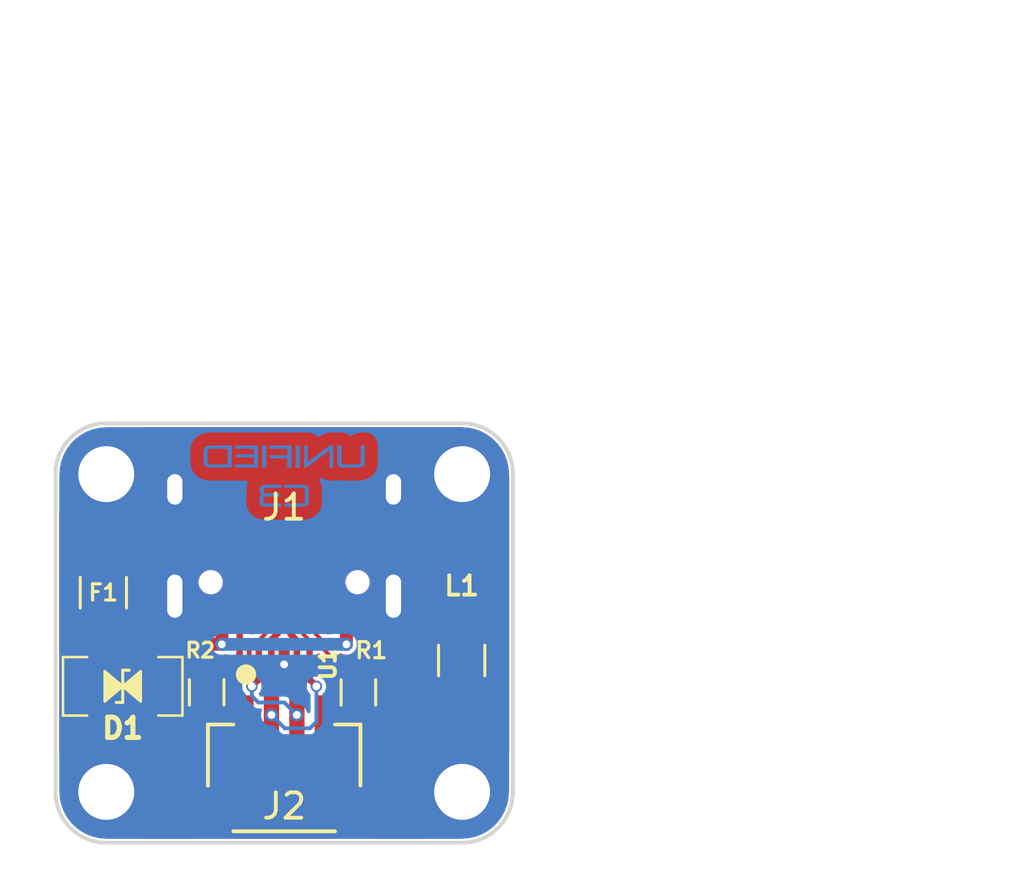
<source format=kicad_pcb>
(kicad_pcb (version 20211014) (generator pcbnew)
  (title_block (title "Unified Daughterboard") (date "2020-03-22") (rev "C3") (company "Designed by the keyboard community"))
  (layers (0 "F.Cu" signal) (31 "B.Cu" signal) (34 "B.Paste" user) (35 "F.Paste" user) (36 "B.SilkS" user "B.Silkscreen") (37 "F.SilkS" user "F.Silkscreen") (38 "B.Mask" user) (39 "F.Mask" user) (44 "Edge.Cuts" user))
  (net 0 "")
  (net 1 "GND")
  (net 2 "VCC")
  (net 3 "GNDPWR")
  (net 5 "Net-(J1-PadA5)")
  (net 6 "DA+")
  (net 7 "Net-(J1-PadB5)")
  (net 9 "DA-")
  (net 10 "VBUS")
  (net 12 "unconnected-(MH3-Pad1)")
  (footprint "acheron_Connectors:TYPE-C-31-M-12" (layer "F.Cu") (at 75.0025 64.843 180)
    (fp_text reference "J1" (at 0 5) (layer "F.SilkS"))
    (fp_text value "TYPE-C-31-M12_13")
    (pad "" np_thru_hole circle locked (at -2.89 2.051 180) (size 0.65 0.65) (drill 0.65) (layers *.Cu *.Mask))
    (pad "" np_thru_hole circle locked (at 2.89 2.051 180) (size 0.65 0.65) (drill 0.65) (layers *.Cu *.Mask))
    (pad "A1" smd roundrect locked (at -3.25 1.275 180) (size 0.6 1.45) (drill (offset 0 -0.55)) (layers "F.Cu" "F.Paste" "F.Mask") (net 3 "GNDPWR"))
    (pad "A4" smd roundrect locked (at -2.45 1.275 180) (size 0.6 1.45) (drill (offset 0 -0.55)) (layers "F.Cu" "F.Paste" "F.Mask") (net 10 "VBUS"))
    (pad "A5" smd roundrect locked (at -1.25 1.275 180) (size 0.3 1.45) (drill (offset 0 -0.55)) (layers "F.Cu" "F.Paste" "F.Mask") (net 5 "Net-(J1-PadA5)"))
    (pad "A6" smd roundrect locked (at -0.254 1.275 180) (size 0.3 1.45) (drill (offset 0 -0.55)) (layers "F.Cu" "F.Paste" "F.Mask") (net 6 "DA+"))
    (pad "A7" smd roundrect locked (at 0.25 1.275 180) (size 0.3 1.45) (drill (offset 0 -0.55)) (layers "F.Cu" "F.Paste" "F.Mask") (net 9 "DA-"))
    (pad "A8" smd roundrect locked (at 1.25 1.275 180) (size 0.3 1.45) (drill (offset 0 -0.55)) (layers "F.Cu" "F.Paste" "F.Mask"))
    (pad "B1" smd roundrect locked (at 3.25 1.275 180) (size 0.6 1.45) (drill (offset 0 -0.55)) (layers "F.Cu" "F.Paste" "F.Mask") (net 3 "GNDPWR"))
    (pad "B4" smd roundrect locked (at 2.45 1.275 180) (size 0.6 1.45) (drill (offset 0 -0.55)) (layers "F.Cu" "F.Paste" "F.Mask") (net 10 "VBUS"))
    (pad "B5" smd roundrect locked (at 1.75 1.275 180) (size 0.3 1.45) (drill (offset 0 -0.55)) (layers "F.Cu" "F.Paste" "F.Mask") (net 7 "Net-(J1-PadB5)"))
    (pad "B6" smd roundrect locked (at 0.75 1.275 180) (size 0.3 1.45) (drill (offset 0 -0.55)) (layers "F.Cu" "F.Paste" "F.Mask") (net 6 "DA+"))
    (pad "B7" smd roundrect locked (at -0.75 1.275 180) (size 0.3 1.45) (drill (offset 0 -0.55)) (layers "F.Cu" "F.Paste" "F.Mask") (net 9 "DA-"))
    (pad "B8" smd roundrect locked (at -1.75 1.275 180) (size 0.3 1.45) (drill (offset 0 -0.55)) (layers "F.Cu" "F.Paste" "F.Mask"))
    (pad "S" thru_hole oval locked (at -4.3 1.5 180) (size 1.1 2.2) (drill oval 0.6 1.7) (layers *.Cu *.Mask) (net 3 "GNDPWR"))
    (pad "S" thru_hole oval locked (at 4.3 1.5 180) (size 1.1 2.2) (drill oval 0.6 1.7) (layers *.Cu *.Mask) (net 3 "GNDPWR"))
    (pad "S" thru_hole oval locked (at 4.3 5.7 180) (size 1.3 1.9) (drill oval 0.6 1.2) (layers *.Cu *.Mask) (net 3 "GNDPWR"))
    (pad "S" thru_hole oval locked (at -4.3 5.7 180) (size 1.3 1.9) (drill oval 0.6 1.2) (layers *.Cu *.Mask) (net 3 "GNDPWR"))
  )
  (footprint "acheron_Components:D_SOD-123_Bidirectional" (layer "F.Cu") (at 68.6525 66.89 180)
    (fp_text reference "D1" (at 0 -1.651 180) (layer "F.SilkS") (effects (font (size 0.8 0.8) (thickness 0.2))))
    (fp_text value "SMF9.0CA")
    (fp_line (start 2.35 -1.15) (end 1.4 -1.15) (layer "F.SilkS") (width 0.1016))
    (fp_line (start 0 -0.635) (end 0.254 -0.635) (layer "F.SilkS") (width 0.12))
    (fp_line (start 2.35 -1.15) (end 2.35 1.15) (layer "F.SilkS") (width 0.1016))
    (fp_line (start -2.35 1.15) (end -2.35 -1.15) (layer "F.SilkS") (width 0.1016))
    (fp_line (start 2.35 1.15) (end 1.4 1.15) (layer "F.SilkS") (width 0.1016))
    (fp_line (start -2.35 -1.15) (end -1.4 -1.15) (layer "F.SilkS") (width 0.1016))
    (fp_line (start 0 0.635) (end 0 -0.635) (layer "F.SilkS") (width 0.12))
    (fp_line (start -2.35 1.15) (end -1.4 1.15) (layer "F.SilkS") (width 0.1016))
    (fp_line (start 0 0.635) (end -0.254 0.635) (layer "F.SilkS") (width 0.12))
    (fp_poly (pts (xy 0 0) (xy -0.711 0.6) (xy -0.711 -0.6)) (layer "F.SilkS") (width 0.1) (fill solid))
    (fp_poly (pts (xy 0 0) (xy 0.711 -0.6) (xy 0.711 0.6)) (layer "F.SilkS") (width 0.1) (fill solid))
    (pad "1" smd roundrect locked (at -1.65 0 180) (size 1 1.2) (layers "F.Cu" "F.Paste" "F.Mask") (net 3 "GNDPWR"))
    (pad "2" smd roundrect locked (at 1.65 0 180) (size 1 1.2) (layers "F.Cu" "F.Paste" "F.Mask") (net 2 "VCC"))
  )
  (footprint "random-keyboard-parts:Generic-Mounthole" (layer "F.Cu") (at 82.0045 58.543)
    (fp_text reference "MH2")
    (fp_text value "Mount-M2")
    (pad "1" thru_hole circle locked (at 0 0) (size 3.5 3.5) (drill 2.2) (layers *.Cu *.Mask) (net 3 "GNDPWR"))
  )
  (footprint "random-keyboard-parts:Generic-Mounthole" (layer "F.Cu") (at 68.0045 58.543)
    (fp_text reference "MH1")
    (fp_text value "Mount-M2")
    (pad "1" thru_hole circle locked (at 0 0) (size 3.5 3.5) (drill 2.2) (layers *.Cu *.Mask))
  )
  (footprint "random-keyboard-parts:JST-SR-4" (layer "F.Cu") (at 75.0045 72.793)
    (fp_text reference "J2" (at 0.004 -1.189) (layer "F.SilkS"))
    (fp_text value "SM04B-SRSS-TB(LF)(SN)")
    (fp_line (start -3 -4.4) (end -2 -4.4) (layer "F.SilkS") (width 0.15))
    (fp_line (start 2 -0.2) (end -2 -0.2) (layer "F.SilkS") (width 0.15))
    (fp_line (start 3 -4.4) (end 3 -2) (layer "F.SilkS") (width 0.15))
    (fp_line (start -3 -2) (end -3 -4.4) (layer "F.SilkS") (width 0.15))
    (fp_line (start 2 -4.4) (end 3 -4.4) (layer "F.SilkS") (width 0.15))
    (pad "" smd rect locked (at -2.8 -0.9) (size 1.2 1.8) (layers "F.Cu" "F.Paste" "F.Mask"))
    (pad "" smd rect locked (at 2.8 -0.9) (size 1.2 1.8) (layers "F.Cu" "F.Paste" "F.Mask"))
    (pad "1" smd rect locked (at -1.5 -4.775) (size 0.6 1.55) (layers "F.Cu" "F.Paste" "F.Mask") (net 2 "VCC"))
    (pad "2" smd rect locked (at -0.5 -4.775) (size 0.6 1.55) (layers "F.Cu" "F.Paste" "F.Mask") (net 9 "DA-"))
    (pad "3" smd rect locked (at 0.5 -4.775) (size 0.6 1.55) (layers "F.Cu" "F.Paste" "F.Mask") (net 6 "DA+"))
    (pad "4" smd rect locked (at 1.5 -4.775) (size 0.6 1.55) (layers "F.Cu" "F.Paste" "F.Mask") (net 1 "GND"))
  )
  (footprint "Fuse:Fuse_1206_3216Metric" (layer "F.Cu") (at 67.8905 63.207 -90)
    (fp_text reference "F1" (at 0 0) (layer "F.SilkS") (effects (font (size 0.635 0.635) (thickness 0.127))))
    (fp_text value "ASMD1206-150")
    (fp_line (start -0.602064 -0.91) (end 0.602064 -0.91) (layer "F.SilkS") (width 0.12))
    (fp_line (start -0.602064 0.91) (end 0.602064 0.91) (layer "F.SilkS") (width 0.12))
    (pad "1" smd roundrect locked (at -1.4 0 270) (size 1.25 1.75) (layers "F.Cu" "F.Paste" "F.Mask") (roundrect_rratio 0.2) (net 10 "VBUS"))
    (pad "2" smd roundrect locked (at 1.4 0 270) (size 1.25 1.75) (layers "F.Cu" "F.Paste" "F.Mask") (roundrect_rratio 0.2) (net 2 "VCC"))
  )
  (footprint "Resistors_SMD:R_0603" (layer "F.Cu") (at 71.9545 67.129 -90)
    (fp_text reference "R2" (at -1.651 0.254 180) (layer "F.SilkS") (effects (font (size 0.5842 0.5842) (thickness 0.127))))
    (fp_text value "5.1k")
    (fp_line (start 0.5 0.68) (end -0.5 0.68) (layer "F.SilkS") (width 0.12))
    (fp_line (start -0.5 -0.68) (end 0.5 -0.68) (layer "F.SilkS") (width 0.12))
    (pad "1" smd rect locked (at -0.75 0 270) (size 0.5 0.9) (layers "F.Cu" "F.Paste" "F.Mask") (net 7 "Net-(J1-PadB5)"))
    (pad "2" smd rect locked (at 0.75 0 270) (size 0.5 0.9) (layers "F.Cu" "F.Paste" "F.Mask") (net 3 "GNDPWR"))
  )
  (footprint "random-keyboard-parts:Generic-Mounthole" (layer "F.Cu") (at 68.0045 71.043)
    (fp_text reference "MH3")
    (fp_text value "Mount-M2")
    (pad "1" thru_hole circle locked (at 0 0) (size 3.5 3.5) (drill 2.2) (layers *.Cu *.Mask) (net 12 "unconnected-(MH3-Pad1)"))
  )
  (footprint "acheron_Components:USON-10_2.5x1.0mm_P0.5mm" (layer "F.Cu") (at 75.0025 66.0264 90)
    (fp_text reference "U1" (at 0 1.7272 90) (layer "F.SilkS") (effects (font (size 0.6 0.6))))
    (fp_text value "TPD4E05U06DQAR")
    (fp_circle (center -0.4 -1.5) (end -0.4 -1.5) (layer "F.SilkS") (width 0.4) (fill none))
    (pad "1" smd roundrect locked (at -0.385 -1) (size 0.25 0.55) (layers "F.Cu" "F.Paste" "F.Mask") (roundrect_rratio 0.5) (net 6 "DA+"))
    (pad "2" smd rect locked (at -0.385 -0.5) (size 0.25 0.55) (layers "F.Cu" "F.Paste" "F.Mask") (net 9 "DA-"))
    (pad "3" smd rect locked (at -0.385 0) (size 0.3 0.55) (layers "F.Cu" "F.Paste" "F.Mask") (net 3 "GNDPWR"))
    (pad "4" smd rect locked (at -0.385 0.5) (size 0.25 0.55) (layers "F.Cu" "F.Paste" "F.Mask") (net 6 "DA+"))
    (pad "5" smd rect locked (at -0.385 1) (size 0.25 0.55) (layers "F.Cu" "F.Paste" "F.Mask") (net 9 "DA-"))
    (pad "6" smd rect locked (at 0.385 1) (size 0.25 0.55) (layers "F.Cu" "F.Paste" "F.Mask") (net 9 "DA-"))
    (pad "7" smd rect locked (at 0.385 0.5) (size 0.25 0.55) (layers "F.Cu" "F.Paste" "F.Mask") (net 6 "DA+"))
    (pad "8" smd rect locked (at 0.385 0) (size 0.3 0.55) (layers "F.Cu" "F.Paste" "F.Mask") (net 3 "GNDPWR"))
    (pad "9" smd rect locked (at 0.385 -0.5) (size 0.25 0.55) (layers "F.Cu" "F.Paste" "F.Mask") (net 9 "DA-"))
    (pad "10" smd rect locked (at 0.385 -1) (size 0.25 0.55) (layers "F.Cu" "F.Paste" "F.Mask") (net 6 "DA+"))
  )
  (footprint "Inductor_SMD:L_1206_3216Metric" (layer "F.Cu") (at 81.9875 65.874 90)
    (fp_text reference "L1" (at 2.936 0 180) (layer "F.SilkS") (effects (font (size 0.762 0.762) (thickness 0.1524))))
    (fp_text value "60R@100MHz")
    (fp_line (start -0.602064 0.91) (end 0.602064 0.91) (layer "F.SilkS") (width 0.12))
    (fp_line (start -0.602064 -0.91) (end 0.602064 -0.91) (layer "F.SilkS") (width 0.12))
    (pad "1" smd roundrect locked (at -1.4 0 90) (size 1.25 1.75) (layers "F.Cu" "F.Paste" "F.Mask") (roundrect_rratio 0.2) (net 1 "GND"))
    (pad "2" smd roundrect locked (at 1.4 0 90) (size 1.25 1.75) (layers "F.Cu" "F.Paste" "F.Mask") (roundrect_rratio 0.2) (net 3 "GNDPWR"))
  )
  (footprint "random-keyboard-parts:Generic-Mounthole" (layer "F.Cu") (at 82.0045 71.043)
    (fp_text reference "MH4")
    (fp_text value "Mount-M2")
    (pad "1" thru_hole circle locked (at 0 0) (size 3.5 3.5) (drill 2.2) (layers *.Cu *.Mask))
  )
  (footprint "Resistors_SMD:R_0603" (layer "F.Cu") (at 77.9235 67.129 -90)
    (fp_text reference "R1" (at -1.651 -0.508) (layer "F.SilkS") (effects (font (size 0.635 0.635) (thickness 0.127))))
    (fp_text value "5.1k")
    (fp_line (start 0.5 0.68) (end -0.5 0.68) (layer "F.SilkS") (width 0.12))
    (fp_line (start -0.5 -0.68) (end 0.5 -0.68) (layer "F.SilkS") (width 0.12))
    (pad "1" smd rect locked (at -0.75 0 270) (size 0.5 0.9) (layers "F.Cu" "F.Paste" "F.Mask") (net 5 "Net-(J1-PadA5)"))
    (pad "2" smd rect locked (at 0.75 0 270) (size 0.5 0.9) (layers "F.Cu" "F.Paste" "F.Mask") (net 3 "GNDPWR"))
  )
  (footprint "Unified-Daughterboard-Logo:Unified-Daughterboard-Name.pretty" (layer "B.Cu") (at 75.0025 58.62 180)
    (fp_text reference "G2" hide)
    (fp_text value "Unified-Daughterboard-Name" hide)
    (pad "1" smd custom locked (at 0.52 -0.73 180) (size 0.1 0.1) (layers "B.Cu" "B.Mask") (options (clearance outline) (anchor circle)) (primitives (gr_poly (pts (xy 0.036814 0.394003) (xy 0.066889 0.393969) (xy 0.094232 0.393912) (xy 0.118817 0.393835) (xy 0.140617 0.393736) (xy 0.159607 0.393616) (xy 0.175759 0.393475) (xy 0.189048 0.393313) (xy 0.199447 0.39313) (xy 0.206929 0.392927) (xy 0.20996 0.392797) (xy 0.24124 0.39039) (xy 0.269999 0.386589) (xy 0.296342 0.38136) (xy 0.320374 0.374669) (xy 0.342202 0.366479) (xy 0.361931 0.356757) (xy 0.379667 0.345468) (xy 0.395515 0.332578) (xy 0.396639 0.331537) (xy 0.410142 0.316976) (xy 0.421412 0.300576) (xy 0.430475 0.282284) (xy 0.43736 0.262045) (xy 0.442093 0.239803) (xy 0.442231 0.238921) (xy 0.442943 0.232475) (xy 0.443524 0.2236) (xy 0.443972 0.212784) (xy 0.44429 0.200519) (xy 0.444476 0.187292) (xy 0.444531 0.173593) (xy 0.444456 0.159912) (xy 0.444252 0.146738) (xy 0.443917 0.134561) (xy 0.443453 0.123868) (xy 0.442861 0.115151) (xy 0.442139 0.108898) (xy 0.442136 0.108879) (xy 0.437575 0.088735) (xy 0.430735 0.070047) (xy 0.421759 0.052993) (xy 0.410787 0.03775) (xy 0.39796 0.024494) (xy 0.383421 0.013403) (xy 0.36731 0.004652) (xy 0.355107 -0.000007) (xy 0.35037 -0.001668) (xy 0.34719 -0.003066) (xy 0.346162 -0.003934) (xy 0.346233 -0.004003) (xy 0.348261 -0.004834) (xy 0.35215 -0.006203) (xy 0.355658 -0.007361) (xy 0.374014 -0.014706) (xy 0.391868 -0.024655) (xy 0.408658 -0.036859) (xy 0.421513 -0.048579) (xy 0.430795 -0.058772) (xy 0.437945 -0.06865) (xy 0.443513 -0.079144) (xy 0.448048 -0.091184) (xy 0.449481 -0.095893) (xy 0.450886 -0.101058) (xy 0.452092 -0.106308) (xy 0.453111 -0.111896) (xy 0.453956 -0.118075) (xy 0.454638 -0.125097) (xy 0.45517 -0.133217) (xy 0.455565 -0.142686) (xy 0.455834 -0.153757) (xy 0.45599 -0.166684) (xy 0.456045 -0.181718) (xy 0.456011 -0.199114) (xy 0.455901 -0.219124) (xy 0.455845 -0.227015) (xy 0.455699 -0.246046) (xy 0.45555 -0.262402) (xy 0.45537 -0.276368) (xy 0.455134 -0.288225) (xy 0.454815 -0.298257) (xy 0.454388 -0.306749) (xy 0.453827 -0.313983) (xy 0.453106 -0.320243) (xy 0.452198 -0.325813) (xy 0.451078 -0.330975) (xy 0.44972 -0.336013) (xy 0.448098 -0.341211) (xy 0.446185 -0.346852) (xy 0.444385 -0.352) (xy 0.436271 -0.370825) (xy 0.425675 -0.388126) (xy 0.412579 -0.40392) (xy 0.396964 -0.418223) (xy 0.37881 -0.431054) (xy 0.358101 -0.442428) (xy 0.334816 -0.452364) (xy 0.33421 -0.452591) (xy 0.313456 -0.459297) (xy 0.29046 -0.464759) (xy 0.265071 -0.469006) (xy 0.237137 -0.472068) (xy 0.231483 -0.472522) (xy 0.227444 -0.472711) (xy 0.220507 -0.472889) (xy 0.210732 -0.473055) (xy 0.198179 -0.473209) (xy 0.182908 -0.47335) (xy 0.164979 -0.473479) (xy 0.144453 -0.473596) (xy 0.12139 -0.473699) (xy 0.095849 -0.473788) (xy 0.067891 -0.473865) (xy 0.037575 -0.473927) (xy 0.004963 -0.473974) (xy -0.029886 -0.474008) (xy -0.066911 -0.474026) (xy -0.095055 -0.47403) (xy -0.401699 -0.47403) (xy -0.401314 -0.410057) (xy -0.400928 -0.346083) (xy -0.094004 -0.345344) (xy 0.21292 -0.344604) (xy 0.22752 -0.340576) (xy 0.243116 -0.335501) (xy 0.256059 -0.329555) (xy 0.266565 -0.322593) (xy 0.27485 -0.314468) (xy 0.28113 -0.305037) (xy 0.281618 -0.304092) (xy 0.283733 -0.299797) (xy 0.285505 -0.295814) (xy 0.286966 -0.291836) (xy 0.288151 -0.287554) (xy 0.289093 -0.28266) (xy 0.289826 -0.276847) (xy 0.290384 -0.269806) (xy 0.290801 -0.26123) (xy 0.29111 -0.250811) (xy 0.291345 -0.238241) (xy 0.29154 -0.223211) (xy 0.291656 -0.212506) (xy 0.291807 -0.193423) (xy 0.291838 -0.176815) (xy 0.291751 -0.162775) (xy 0.291546 -0.151397) (xy 0.291226 -0.142773) (xy 0.290791 -0.136997) (xy 0.290709 -0.13633) (xy 0.287993 -0.123624) (xy 0.283362 -0.112695) (xy 0.276633 -0.103349) (xy 0.267622 -0.095389) (xy 0.256147 -0.088622) (xy 0.242024 -0.082851) (xy 0.239897 -0.082135) (xy 0.237084 -0.081192) (xy 0.234531 -0.080326) (xy 0.232109 -0.079533) (xy 0.229687 -0.07881) (xy 0.227137 -0.078154) (xy 0.224328 -0.077561) (xy 0.22113 -0.077027) (xy 0.217414 -0.076549) (xy 0.21305 -0.076125) (xy 0.207909 -0.075749) (xy 0.201859 -0.075419) (xy 0.194773 -0.075131) (xy 0.186519 -0.074882) (xy 0.176968 -0.074668) (xy 0.165991 -0.074485) (xy 0.153457 -0.074332) (xy 0.139238 -0.074203) (xy 0.123202 -0.074095) (xy 0.10522 -0.074005) (xy 0.085163 -0.07393) (xy 0.062901 -0.073865) (xy 0.038304 -0.073808) (xy 0.011242 -0.073755) (xy -0.018414 -0.073702) (xy -0.050795 -0.073647) (xy -0.078859 -0.073598) (xy -0.36472 -0.073087) (xy -0.36395 0.054767) (xy 0.218836 0.056317) (xy 0.231049 0.059589) (xy 0.243885 0.063686) (xy 0.254177 0.06852) (xy 0.2623 0.074348) (xy 0.268629 0.08143) (xy 0.272661 0.088185) (xy 0.274618 0.092282) (xy 0.276214 0.096204) (xy 0.277483 0.100294) (xy 0.278455 0.104896) (xy 0.279164 0.110352) (xy 0.279642 0.117006) (xy 0.279921 0.125202) (xy 0.280035 0.135283) (xy 0.280015 0.147592) (xy 0.279893 0.162473) (xy 0.279873 0.164511) (xy 0.279698 0.179573) (xy 0.279478 0.192007) (xy 0.279165 0.20214) (xy 0.278713 0.210304) (xy 0.278074 0.216826) (xy 0.277201 0.222038) (xy 0.276047 0.226267) (xy 0.274566 0.229844) (xy 0.27271 0.233097) (xy 0.270432 0.236357) (xy 0.269417 0.237704) (xy 0.262986 0.244896) (xy 0.255535 0.250693) (xy 0.246579 0.255351) (xy 0.235632 0.259124) (xy 0.22305 0.262101) (xy 0.221398 0.262406) (xy 0.219527 0.262687) (xy 0.217312 0.262945) (xy 0.21463 0.263182) (xy 0.211358 0.263398) (xy 0.207372 0.263595) (xy 0.202549 0.263774) (xy 0.196765 0.263937) (xy 0.189898 0.264083) (xy 0.181822 0.264216) (xy 0.172416 0.264335) (xy 0.161556 0.264442) (xy 0.149117 0.264538) (xy 0.134977 0.264625) (xy 0.119012 0.264703) (xy 0.101099 0.264773) (xy 0.081114 0.264838) (xy 0.058934 0.264898) (xy 0.034436 0.264954) (xy 0.007495 0.265008) (xy -0.022011 0.26506) (xy -0.054206 0.265112) (xy -0.089214 0.265166) (xy -0.095869 0.265175) (xy -0.401699 0.265627) (xy -0.401314 0.32956) (xy -0.400928 0.393493) (xy -0.110275 0.393927) (xy -0.069537 0.393978) (xy -0.031425 0.394008) (xy 0.004034 0.394017)) (width 0) (fill yes))))
    (pad "1" smd custom locked (at -0.21 1.11 180) (size 0.1 0.1) (layers "B.Cu" "B.Mask") (options (clearance outline) (anchor circle)) (primitives (gr_poly (pts (xy 0.813494 -0.034657) (xy 0.085751 -0.034657) (xy 0.085751 -0.287592) (xy 0.764682 -0.287592) (xy 0.764682 -0.416278) (xy 0.085763 -0.416278) (xy 0.085387 -0.594886) (xy 0.085012 -0.773493) (xy 0.003288 -0.773876) (xy -0.078435 -0.774258) (xy -0.078435 0.094029) (xy 0.813494 0.094029)) (width 0) (fill yes))))
    (pad "1" smd custom locked (at -0.54 1.02 180) (size 0.1 0.1) (layers "B.Cu" "B.Mask") (options (clearance outline) (anchor circle)) (primitives (gr_poly (pts (xy 0.084421 -0.684233) (xy 0.003314 -0.684233) (xy -0.011904 -0.684215) (xy -0.026228 -0.684165) (xy -0.039385 -0.684085) (xy -0.051103 -0.683979) (xy -0.061112 -0.68385) (xy -0.069138 -0.683701) (xy -0.07491 -0.683536) (xy -0.078157 -0.683357) (xy -0.078779 -0.683247) (xy -0.07886 -0.681705) (xy -0.078939 -0.677321) (xy -0.079016 -0.670211) (xy -0.079091 -0.660491) (xy -0.079164 -0.648277) (xy -0.079233 -0.633685) (xy -0.0793 -0.616831) (xy -0.079363 -0.597831) (xy -0.079423 -0.576802) (xy -0.079478 -0.553859) (xy -0.07953 -0.529118) (xy -0.079577 -0.502696) (xy -0.07962 -0.474709) (xy -0.079657 -0.445272) (xy -0.07969 -0.414502) (xy -0.079717 -0.382515) (xy -0.079738 -0.349426) (xy -0.079753 -0.315353) (xy -0.079762 -0.280411) (xy -0.079765 -0.249116) (xy -0.079765 0.184029) (xy 0.084421 0.184029)) (width 0) (fill yes))))
    (pad "1" smd custom locked (at -0.9 -0.79 180) (size 0.1 0.1) (layers "B.Cu" "B.Mask") (options (clearance outline) (anchor circle)) (primitives (gr_poly (pts (xy 0.894083 0.325546) (xy 0.541462 0.325546) (xy 0.502296 0.325545) (xy 0.465973 0.32554) (xy 0.432379 0.325531) (xy 0.401399 0.325515) (xy 0.372919 0.325491) (xy 0.346825 0.325457) (xy 0.323001 0.325412) (xy 0.301333 0.325354) (xy 0.281706 0.325282) (xy 0.264006 0.325194) (xy 0.248118 0.325088) (xy 0.233927 0.324964) (xy 0.22132 0.324818) (xy 0.21018 0.324651) (xy 0.200394 0.324459) (xy 0.191847 0.324243) (xy 0.184424 0.323999) (xy 0.178011 0.323727) (xy 0.172493 0.323425) (xy 0.167755 0.323092) (xy 0.163683 0.322725) (xy 0.160163 0.322323) (xy 0.157079 0.321885) (xy 0.154316 0.321409) (xy 0.151761 0.320894) (xy 0.149299 0.320338) (xy 0.148591 0.320169) (xy 0.134767 0.315738) (xy 0.122093 0.309466) (xy 0.111022 0.301664) (xy 0.102003 0.292642) (xy 0.096276 0.284226) (xy 0.09522 0.282323) (xy 0.094258 0.280578) (xy 0.093385 0.278853) (xy 0.092597 0.277009) (xy 0.091889 0.274907) (xy 0.091257 0.272409) (xy 0.090698 0.269377) (xy 0.090206 0.265671) (xy 0.089777 0.261153) (xy 0.089407 0.255685) (xy 0.089091 0.249127) (xy 0.088825 0.241342) (xy 0.088606 0.232189) (xy 0.088427 0.221532) (xy 0.088286 0.209231) (xy 0.088177 0.195148) (xy 0.088097 0.179143) (xy 0.088041 0.161079) (xy 0.088004 0.140816) (xy 0.087983 0.118217) (xy 0.087973 0.093142) (xy 0.08797 0.065453) (xy 0.087968 0.035011) (xy 0.087967 0.019302) (xy 0.087962 -0.012397) (xy 0.087956 -0.041279) (xy 0.087954 -0.067481) (xy 0.08796 -0.091143) (xy 0.087981 -0.112407) (xy 0.088019 -0.131409) (xy 0.088081 -0.148292) (xy 0.08817 -0.163194) (xy 0.088293 -0.176254) (xy 0.088453 -0.187613) (xy 0.088655 -0.19741) (xy 0.088905 -0.205785) (xy 0.089207 -0.212877) (xy 0.089566 -0.218826) (xy 0.089987 -0.223772) (xy 0.090474 -0.227854) (xy 0.091032 -0.231212) (xy 0.091667 -0.233986) (xy 0.092383 -0.236315) (xy 0.093185 -0.238338) (xy 0.094077 -0.240196) (xy 0.095065 -0.242029) (xy 0.096154 -0.243975) (xy 0.097122 -0.245749) (xy 0.104221 -0.256019) (xy 0.113823 -0.264855) (xy 0.125966 -0.272283) (xy 0.140689 -0.27833) (xy 0.148215 -0.28062) (xy 0.162643 -0.284604) (xy 0.894083 -0.285396) (xy 0.894083 -0.41403) (xy 0.526884 -0.413772) (xy 0.494046 -0.413747) (xy 0.461942 -0.413718) (xy 0.430703 -0.413687) (xy 0.400456 -0.413653) (xy 0.37133 -0.413616) (xy 0.343454 -0.413577) (xy 0.316956 -0.413536) (xy 0.291966 -0.413493) (xy 0.268613 -0.413449) (xy 0.247024 -0.413404) (xy 0.227328 -0.413358) (xy 0.209656 -0.413311) (xy 0.194134 -0.413263) (xy 0.180892 -0.413216) (xy 0.170059 -0.413168) (xy 0.161763 -0.413121) (xy 0.156133 -0.413074) (xy 0.153298 -0.413029) (xy 0.153028 -0.413017) (xy 0.121848 -0.409723) (xy 0.09296 -0.404651) (xy 0.066269 -0.397774) (xy 0.041682 -0.389062) (xy 0.019103 -0.378489) (xy -0.000191 -0.366948) (xy -0.009353 -0.360104) (xy -0.019054 -0.351632) (xy -0.028538 -0.342284) (xy -0.037047 -0.332809) (xy -0.043823 -0.323961) (xy -0.044427 -0.323062) (xy -0.055649 -0.303459) (xy -0.064639 -0.281934) (xy -0.071402 -0.25847) (xy -0.072805 -0.252009) (xy -0.073144 -0.250229) (xy -0.073454 -0.248282) (xy -0.073735 -0.246032) (xy -0.073989 -0.243343) (xy -0.074218 -0.240081) (xy -0.074422 -0.236108) (xy -0.074604 -0.231291) (xy -0.074764 -0.225492) (xy -0.074904 -0.218577) (xy -0.075025 -0.21041) (xy -0.075129 -0.200854) (xy -0.075216 -0.189776) (xy -0.075289 -0.177038) (xy -0.075348 -0.162506) (xy -0.075396 -0.146044) (xy -0.075432 -0.127516) (xy -0.075459 -0.106786) (xy -0.075478 -0.083719) (xy -0.075491 -0.058179) (xy -0.075498 -0.030031) (xy -0.075501 0.000861) (xy -0.075501 0.278953) (xy -0.072189 0.293898) (xy -0.066762 0.314711) (xy -0.060136 0.333172) (xy -0.052076 0.349726) (xy -0.042344 0.36482) (xy -0.030704 0.378898) (xy -0.022926 0.386832) (xy -0.0073 0.400278) (xy 0.010114 0.412157) (xy 0.029459 0.422527) (xy 0.050879 0.431444) (xy 0.074518 0.438966) (xy 0.100521 0.44515) (xy 0.129032 0.450053) (xy 0.139716 0.451488) (xy 0.142136 0.45169) (xy 0.146134 0.45188) (xy 0.151784 0.452059) (xy 0.159167 0.452228) (xy 0.168358 0.452386) (xy 0.179434 0.452535) (xy 0.192475 0.452675) (xy 0.207556 0.452805) (xy 0.224755 0.452928) (xy 0.24415 0.453042) (xy 0.265818 0.453149) (xy 0.289836 0.45325) (xy 0.316282 0.453344) (xy 0.345233 0.453431) (xy 0.376767 0.453514) (xy 0.410961 0.453591) (xy 0.447892 0.453663) (xy 0.487637 0.453732) (xy 0.523926 0.453788) (xy 0.894083 0.454326)) (width 0) (fill yes))))
    (pad "1" smd custom locked (at 2.15 1.08 180) (size 0.1 0.1) (layers "B.Cu" "B.Mask") (options (clearance outline) (anchor circle)) (primitives (gr_poly (pts (xy 0.324991 0.124007) (xy 0.368605 0.123999) (xy 0.410278 0.12398) (xy 0.449948 0.123952) (xy 0.487554 0.123913) (xy 0.523033 0.123864) (xy 0.556324 0.123805) (xy 0.587364 0.123737) (xy 0.616092 0.12366) (xy 0.642445 0.123573) (xy 0.666363 0.123478) (xy 0.687783 0.123374) (xy 0.706643 0.123262) (xy 0.722881 0.123141) (xy 0.736436 0.123012) (xy 0.747246 0.122876) (xy 0.755247 0.122731) (xy 0.76038 0.12258) (xy 0.761711 0.122511) (xy 0.794505 0.119594) (xy 0.824732 0.115348) (xy 0.852488 0.109741) (xy 0.877866 0.102741) (xy 0.900958 0.094314) (xy 0.92186 0.084428) (xy 0.940664 0.073051) (xy 0.957464 0.06015) (xy 0.967359 0.050927) (xy 0.978668 0.03844) (xy 0.98853 0.025063) (xy 0.99709 0.010475) (xy 1.004491 -0.005648) (xy 1.010876 -0.023626) (xy 1.016388 -0.043784) (xy 1.02117 -0.066444) (xy 1.022297 -0.072698) (xy 1.022638 -0.074879) (xy 1.022949 -0.077425) (xy 1.02323 -0.080485) (xy 1.023484 -0.084209) (xy 1.023713 -0.088745) (xy 1.023919 -0.094244) (xy 1.024104 -0.100855) (xy 1.02427 -0.108727) (xy 1.024418 -0.11801) (xy 1.024552 -0.128854) (xy 1.024672 -0.141407) (xy 1.024782 -0.15582) (xy 1.024882 -0.172242) (xy 1.024976 -0.190822) (xy 1.025064 -0.21171) (xy 1.025149 -0.235055) (xy 1.025233 -0.261007) (xy 1.025318 -0.289715) (xy 1.025349 -0.300487) (xy 1.025433 -0.333739) (xy 1.025492 -0.364116) (xy 1.025524 -0.391701) (xy 1.025529 -0.416576) (xy 1.025508 -0.438826) (xy 1.025458 -0.458533) (xy 1.025381 -0.47578) (xy 1.025275 -0.49065) (xy 1.025141 -0.503226) (xy 1.024977 -0.513591) (xy 1.024784 -0.521829) (xy 1.024561 -0.528022) (xy 1.024308 -0.532253) (xy 1.024268 -0.532714) (xy 1.020814 -0.560023) (xy 1.015577 -0.585016) (xy 1.008478 -0.6078) (xy 0.999436 -0.628476) (xy 0.988374 -0.64715) (xy 0.97521 -0.663926) (xy 0.959866 -0.678908) (xy 0.942262 -0.692199) (xy 0.922318 -0.703905) (xy 0.899954 -0.714129) (xy 0.880066 -0.721378) (xy 0.860175 -0.727264) (xy 0.839122 -0.732172) (xy 0.816538 -0.736161) (xy 0.792054 -0.739291) (xy 0.7653 -0.74162) (xy 0.746919 -0.742712) (xy 0.742311 -0.742866) (xy 0.734822 -0.743013) (xy 0.72453 -0.743153) (xy 0.711511 -0.743285) (xy 0.695844 -0.74341) (xy 0.677605 -0.743527) (xy 0.656872 -0.743635) (xy 0.633723 -0.743735) (xy 0.608234 -0.743827) (xy 0.580483 -0.743909) (xy 0.550548 -0.743982) (xy 0.518505 -0.744046) (xy 0.484433 -0.744099) (xy 0.448409 -0.744143) (xy 0.410509 -0.744176) (xy 0.370812 -0.744199) (xy 0.329394 -0.744211) (xy 0.313898 -0.744212) (xy -0.089541 -0.744233) (xy -0.089541 -0.615547) (xy 0.074645 -0.615547) (xy 0.39673 -0.615534) (xy 0.435225 -0.615525) (xy 0.471786 -0.615502) (xy 0.506343 -0.615466) (xy 0.538823 -0.615417) (xy 0.569156 -0.615355) (xy 0.597269 -0.61528) (xy 0.623091 -0.615192) (xy 0.646549 -0.615093) (xy 0.667574 -0.614982) (xy 0.686092 -0.61486) (xy 0.702033 -0.614726) (xy 0.715324 -0.614582) (xy 0.725895 -0.614428) (xy 0.733673 -0.614263) (xy 0.738586 -0.614088) (xy 0.739524 -0.614032) (xy 0.760224 -0.612057) (xy 0.778308 -0.609255) (xy 0.794019 -0.605547) (xy 0.807602 -0.600851) (xy 0.819304 -0.595087) (xy 0.829369 -0.588175) (xy 0.835723 -0.582459) (xy 0.843457 -0.573443) (xy 0.849523 -0.56337) (xy 0.854239 -0.551617) (xy 0.857544 -0.539296) (xy 0.860814 -0.524579) (xy 0.860814 -0.098583) (xy 0.857536 -0.083791) (xy 0.852863 -0.067553) (xy 0.84653 -0.053656) (xy 0.838456 -0.041941) (xy 0.833165 -0.036295) (xy 0.825753 -0.029682) (xy 0.81868 -0.024594) (xy 0.810985 -0.020469) (xy 0.801711 -0.016743) (xy 0.79721 -0.015194) (xy 0.794132 -0.014149) (xy 0.791341 -0.013182) (xy 0.78872 -0.012289) (xy 0.786151 -0.011468) (xy 0.783516 -0.010715) (xy 0.780697 -0.010027) (xy 0.777575 -0.009401) (xy 0.774032 -0.008835) (xy 0.769951 -0.008324) (xy 0.765214 -0.007865) (xy 0.759702 -0.007457) (xy 0.753297 -0.007094) (xy 0.745882 -0.006775) (xy 0.737338 -0.006496) (xy 0.727547 -0.006255) (xy 0.716391 -0.006047) (xy 0.703752 -0.00587) (xy 0.689512 -0.00572) (xy 0.673554 -0.005595) (xy 0.655758 -0.005492) (xy 0.636007 -0.005407) (xy 0.614183 -0.005337) (xy 0.590167 -0.005279) (xy 0.563843 -0.00523) (xy 0.535091 -0.005186) (xy 0.503793 -0.005146) (xy 0.469832 -0.005104) (xy 0.43309 -0.00506) (xy 0.41374 -0.005035) (xy 0.074645 -0.004595) (xy 0.074645 -0.615547) (xy -0.089541 -0.615547) (xy -0.089541 0.124029)) (width 0) (fill yes))))
    (pad "1" smd custom locked (at -1.86 1.08 180) (size 0.1 0.1) (layers "B.Cu" "B.Mask") (options (clearance outline) (anchor circle)) (primitives (gr_poly (pts (xy 1.07457 -0.744233) (xy 0.994882 -0.744233) (xy 0.725953 -0.548012) (xy 0.697516 -0.527263) (xy 0.667905 -0.505658) (xy 0.637358 -0.483369) (xy 0.606113 -0.460572) (xy 0.574407 -0.437438) (xy 0.54248 -0.414142) (xy 0.510567 -0.390857) (xy 0.478909 -0.367758) (xy 0.447742 -0.345017) (xy 0.417304 -0.322808) (xy 0.387834 -0.301305) (xy 0.359569 -0.280681) (xy 0.332747 -0.26111) (xy 0.307606 -0.242766) (xy 0.284385 -0.225822) (xy 0.26375 -0.210765) (xy 0.242443 -0.195223) (xy 0.221784 -0.18016) (xy 0.201899 -0.165668) (xy 0.182913 -0.15184) (xy 0.164954 -0.138767) (xy 0.148149 -0.126541) (xy 0.132622 -0.115254) (xy 0.118502 -0.104998) (xy 0.105914 -0.095864) (xy 0.094985 -0.087945) (xy 0.085842 -0.081333) (xy 0.07861 -0.076119) (xy 0.073417 -0.072395) (xy 0.070388 -0.070253) (xy 0.069611 -0.069739) (xy 0.069531 -0.071197) (xy 0.069452 -0.075481) (xy 0.069376 -0.082462) (xy 0.069303 -0.092007) (xy 0.069233 -0.103986) (xy 0.069166 -0.118268) (xy 0.069102 -0.134721) (xy 0.069043 -0.153214) (xy 0.068988 -0.173616) (xy 0.068938 -0.195796) (xy 0.068893 -0.219624) (xy 0.068854 -0.244966) (xy 0.06882 -0.271694) (xy 0.068792 -0.299675) (xy 0.06877 -0.328777) (xy 0.068756 -0.358871) (xy 0.068748 -0.389825) (xy 0.068747 -0.406986) (xy 0.068747 -0.744233) (xy -0.074731 -0.744233) (xy -0.074731 0.124029) (xy 0.068007 0.123947) (xy 0.49918 -0.197759) (xy 0.930353 -0.519464) (xy 0.930726 -0.197717) (xy 0.931099 0.124029) (xy 1.07457 0.124029)) (width 0) (fill yes))))
    (pad "1" smd custom locked (at -3.1 0.8 180) (size 0.1 0.1) (layers "B.Cu" "B.Mask") (options (clearance outline) (anchor circle)) (primitives (gr_poly (pts (xy 0.089951 0.069371) (xy 0.089952 0.031594) (xy 0.089952 -0.003341) (xy 0.089953 -0.035549) (xy 0.089959 -0.065147) (xy 0.089972 -0.092251) (xy 0.089995 -0.116977) (xy 0.09003 -0.13944) (xy 0.090082 -0.159757) (xy 0.090152 -0.178044) (xy 0.090244 -0.194417) (xy 0.09036 -0.208991) (xy 0.090503 -0.221883) (xy 0.090677 -0.233209) (xy 0.090884 -0.243085) (xy 0.091127 -0.251626) (xy 0.091408 -0.258949) (xy 0.091732 -0.26517) (xy 0.0921 -0.270405) (xy 0.092515 -0.274769) (xy 0.092981 -0.278379) (xy 0.0935 -0.281351) (xy 0.094075 -0.283801) (xy 0.094709 -0.285845) (xy 0.095405 -0.287598) (xy 0.096166 -0.289178) (xy 0.096994 -0.290699) (xy 0.097893 -0.292277) (xy 0.098866 -0.29403) (xy 0.098977 -0.294237) (xy 0.106317 -0.305001) (xy 0.115997 -0.314107) (xy 0.128049 -0.321571) (xy 0.142509 -0.327411) (xy 0.159412 -0.331646) (xy 0.17591 -0.334016) (xy 0.179246 -0.334204) (xy 0.185359 -0.33438) (xy 0.194065 -0.334544) (xy 0.205185 -0.334696) (xy 0.218535 -0.334836) (xy 0.233933 -0.334964) (xy 0.251199 -0.335081) (xy 0.270149 -0.335185) (xy 0.290601 -0.335278) (xy 0.312375 -0.335358) (xy 0.335288 -0.335427) (xy 0.359158 -0.335484) (xy 0.383803 -0.335529) (xy 0.409041 -0.335562) (xy 0.434691 -0.335583) (xy 0.46057 -0.335592) (xy 0.486496 -0.335589) (xy 0.512288 -0.335574) (xy 0.537763 -0.335548) (xy 0.56274 -0.335509) (xy 0.587037 -0.335459) (xy 0.610471 -0.335397) (xy 0.632862 -0.335322) (xy 0.654026 -0.335236) (xy 0.673782 -0.335138) (xy 0.691949 -0.335028) (xy 0.708343 -0.334906) (xy 0.722784 -0.334772) (xy 0.735089 -0.334626) (xy 0.745076 -0.334468) (xy 0.752564 -0.334299) (xy 0.757371 -0.334117) (xy 0.758715 -0.334021) (xy 0.777734 -0.331215) (xy 0.794289 -0.326811) (xy 0.808426 -0.320781) (xy 0.820189 -0.313093) (xy 0.829625 -0.303717) (xy 0.836778 -0.292623) (xy 0.841693 -0.279782) (xy 0.842026 -0.278547) (xy 0.842279 -0.277334) (xy 0.842513 -0.275636) (xy 0.842728 -0.273342) (xy 0.842926 -0.270338) (xy 0.843106 -0.266511) (xy 0.84327 -0.261748) (xy 0.843419 -0.255935) (xy 0.843553 -0.24896) (xy 0.843673 -0.240709) (xy 0.84378 -0.231069) (xy 0.843874 -0.219928) (xy 0.843956 -0.207172) (xy 0.844027 -0.192687) (xy 0.844088 -0.176361) (xy 0.844139 -0.15808) (xy 0.844182 -0.137732) (xy 0.844216 -0.115203) (xy 0.844243 -0.090381) (xy 0.844263 -0.063151) (xy 0.844278 -0.033401) (xy 0.844287 -0.001018) (xy 0.844292 0.034112) (xy 0.844293 0.067094) (xy 0.844293 0.404029) (xy 1.010053 0.404029) (xy 1.009556 0.059017) (xy 1.009502 0.020589) (xy 1.009454 -0.015001) (xy 1.009408 -0.047871) (xy 1.009362 -0.078142) (xy 1.009313 -0.105933) (xy 1.009257 -0.131363) (xy 1.009192 -0.154552) (xy 1.009113 -0.175619) (xy 1.00902 -0.194684) (xy 1.008908 -0.211867) (xy 1.008774 -0.227287) (xy 1.008615 -0.241063) (xy 1.008429 -0.253315) (xy 1.008212 -0.264163) (xy 1.007962 -0.273726) (xy 1.007675 -0.282124) (xy 1.007348 -0.289476) (xy 1.006978 -0.295902) (xy 1.006562 -0.301521) (xy 1.006098 -0.306452) (xy 1.005582 -0.310816) (xy 1.005011 -0.314732) (xy 1.004382 -0.31832) (xy 1.003692 -0.321698) (xy 1.002938 -0.324986) (xy 1.002118 -0.328305) (xy 1.001227 -0.331773) (xy 1.000264 -0.33551) (xy 0.999505 -0.338505) (xy 0.992987 -0.358905) (xy 0.984093 -0.377575) (xy 0.97288 -0.394443) (xy 0.959403 -0.409438) (xy 0.943719 -0.42249) (xy 0.925882 -0.433527) (xy 0.924506 -0.434247) (xy 0.910155 -0.441169) (xy 0.895924 -0.44693) (xy 0.88132 -0.451648) (xy 0.865846 -0.455443) (xy 0.849006 -0.458433) (xy 0.830305 -0.460737) (xy 0.809248 -0.462474) (xy 0.805835 -0.462694) (xy 0.801797 -0.462851) (xy 0.794977 -0.462998) (xy 0.785549 -0.463134) (xy 0.773691 -0.463261) (xy 0.759577 -0.463378) (xy 0.743383 -0.463485) (xy 0.725286 -0.463582) (xy 0.70546 -0.463669) (xy 0.684081 -0.463747) (xy 0.661326 -0.463814) (xy 0.637369 -0.463872) (xy 0.612387 -0.46392) (xy 0.586556 -0.463959) (xy 0.56005 -0.463987) (xy 0.533046 -0.464006) (xy 0.505719 -0.464015) (xy 0.478246 -0.464015) (xy 0.450801 -0.464005) (xy 0.423561 -0.463985) (xy 0.396701 -0.463956) (xy 0.370397 -0.463917) (xy 0.344824 -0.463869) (xy 0.32016 -0.463811) (xy 0.296578 -0.463744) (xy 0.274255 -0.463667) (xy 0.253366 -0.463581) (xy 0.234088 -0.463485) (xy 0.216596 -0.46338) (xy 0.201065 -0.463265) (xy 0.187672 -0.463141) (xy 0.176592 -0.463008) (xy 0.168001 -0.462866) (xy 0.162074 -0.462714) (xy 0.159766 -0.462612) (xy 0.130734 -0.460065) (xy 0.103987 -0.456031) (xy 0.079213 -0.450434) (xy 0.056097 -0.4432) (xy 0.034325 -0.434254) (xy 0.027473 -0.430958) (xy 0.010583 -0.421761) (xy -0.003985 -0.412081) (xy -0.01687 -0.401474) (xy -0.022834 -0.39573) (xy -0.036916 -0.379497) (xy -0.048721 -0.361574) (xy -0.058291 -0.341867) (xy -0.065671 -0.320281) (xy -0.070903 -0.296724) (xy -0.072005 -0.289648) (xy -0.072252 -0.287609) (xy -0.07248 -0.285022) (xy -0.07269 -0.281773) (xy -0.072883 -0.277748) (xy -0.07306 -0.272833) (xy -0.07322 -0.266916) (xy -0.073366 -0.259882) (xy -0.073498 -0.251618) (xy -0.073615 -0.242011) (xy -0.07372 -0.230945) (xy -0.073813 -0.218309) (xy -0.073894 -0.203987) (xy -0.073965 -0.187867) (xy -0.074025 -0.169835) (xy -0.074076 -0.149778) (xy -0.074119 -0.12758) (xy -0.074153 -0.10313) (xy -0.074181 -0.076313) (xy -0.074202 -0.047016) (xy -0.074217 -0.015124) (xy -0.074227 0.019475) (xy -0.074233 0.056895) (xy -0.074233 0.064934) (xy -0.07426 0.404029) (xy 0.089925 0.404029)) (width 0) (fill yes))))
    (pad "1" smd custom locked (at 0.78 0.91 180) (size 0.1 0.1) (layers "B.Cu" "B.Mask") (options (clearance outline) (anchor circle)) (primitives (gr_poly (pts (xy 0.082346 -0.574233) (xy -0.08184 -0.574233) (xy -0.08184 0.294029) (xy 0.082346 0.294029)) (width 0) (fill yes))))
    (pad "1" smd custom locked (at 1.12 1.09 180) (size 0.1 0.1) (layers "B.Cu" "B.Mask") (options (clearance outline) (anchor circle)) (primitives (gr_poly (pts (xy 0.801419 -0.014657) (xy 0.072197 -0.014657) (xy 0.072197 -0.230613) (xy 0.76444 -0.230613) (xy 0.76444 -0.359299) (xy 0.072181 -0.359299) (xy 0.072558 -0.492053) (xy 0.072936 -0.624807) (xy 0.437177 -0.62518) (xy 0.801419 -0.625552) (xy 0.801419 -0.754233) (xy 0.355701 -0.754233) (xy 0.319573 -0.75423) (xy 0.284211 -0.75422) (xy 0.24973 -0.754204) (xy 0.216242 -0.754183) (xy 0.183864 -0.754156) (xy 0.152708 -0.754124) (xy 0.122891 -0.754087) (xy 0.094525 -0.754045) (xy 0.067726 -0.753998) (xy 0.042608 -0.753947) (xy 0.019286 -0.753893) (xy -0.002127 -0.753834) (xy -0.021516 -0.753772) (xy -0.038766 -0.753707) (xy -0.053764 -0.753638) (xy -0.066393 -0.753567) (xy -0.076541 -0.753493) (xy -0.084093 -0.753417) (xy -0.088934 -0.75334) (xy -0.09095 -0.75326) (xy -0.091003 -0.753247) (xy -0.091084 -0.751705) (xy -0.091164 -0.747321) (xy -0.091241 -0.740211) (xy -0.091316 -0.730491) (xy -0.091388 -0.718277) (xy -0.091458 -0.703685) (xy -0.091524 -0.686831) (xy -0.091588 -0.667831) (xy -0.091647 -0.646802) (xy -0.091703 -0.623859) (xy -0.091755 -0.599118) (xy -0.091802 -0.572696) (xy -0.091844 -0.544709) (xy -0.091882 -0.515272) (xy -0.091914 -0.484502) (xy -0.091941 -0.452515) (xy -0.091963 -0.419426) (xy -0.091978 -0.385353) (xy -0.091987 -0.350411) (xy -0.091989 -0.319116) (xy -0.091989 0.114029) (xy 0.801419 0.114029)) (width 0) (fill yes))))
  )
  (footprint "Unified-Daughterboard-Logo:Unified-Daughterboard-Logo.pretty" (layer "B.Cu") (at 75.0025 66.509 180)
    (fp_text reference "G1" hide)
    (fp_text value "Unified-Daughterboard-Logo" hide)
  )
  (gr_arc (start 68.0045 73.043) (mid 66.590286 72.457214) (end 66.0045 71.043) (layer "Edge.Cuts") (width 0.15))
  (gr_arc (start 66.0045 58.543) (mid 66.590286 57.128786) (end 68.0045 56.543) (layer "Edge.Cuts") (width 0.15))
  (gr_arc (start 84.0045 71.043) (mid 83.418714 72.457214) (end 82.0045 73.043) (layer "Edge.Cuts") (width 0.15))
  (gr_line (start 84.0045 58.543) (end 84.0045 71.043) (layer "Edge.Cuts") (width 0.15))
  (gr_line (start 82.0045 73.043) (end 68.0045 73.043) (layer "Edge.Cuts") (width 0.15))
  (gr_line (start 68.0045 56.543) (end 82.0045 56.543) (layer "Edge.Cuts") (width 0.15))
  (gr_line (start 66.0045 71.043) (end 66.0045 58.543) (layer "Edge.Cuts") (width 0.15))
  (gr_arc (start 82.0045 56.543) (mid 83.418714 57.128786) (end 84.0045 58.543) (layer "Edge.Cuts") (width 0.15))
  (segment (start 76.5045 68.018) (end 76.5045 68.646) (width 0.508) (layer "F.Cu") (net 1))
  (segment (start 79.7553 69.43) (end 81.9875 67.1978) (width 0.508) (layer "F.Cu") (net 1))
  (segment (start 76.5045 68.646) (end 77.2885 69.43) (width 0.508) (layer "F.Cu") (net 1))
  (segment (start 77.2885 69.43) (end 79.7553 69.43) (width 0.508) (layer "F.Cu") (net 1))
  (segment (start 68.596 68.2155) (end 69.231 68.2155) (width 0.508) (layer "F.Cu") (net 2))
  (segment (start 72.4735 69.049) (end 73.5045 68.018) (width 0.508) (layer "F.Cu") (net 2))
  (segment (start 70.0645 69.049) (end 72.4735 69.049) (width 0.508) (layer "F.Cu") (net 2))
  (segment (start 67.0025 66.89) (end 67.0025 65.495) (width 0.508) (layer "F.Cu") (net 2))
  (segment (start 67.707 68.2155) (end 68.596 68.2155) (width 0.508) (layer "F.Cu") (net 2))
  (segment (start 71.1059 69.049) (end 72.4735 69.049) (width 0.508) (layer "F.Cu") (net 2))
  (segment (start 67.1295 65.368) (end 67.8905 64.607) (width 0.508) (layer "F.Cu") (net 2))
  (segment (start 68.074 68.2155) (end 68.596 68.2155) (width 0.508) (layer "F.Cu") (net 2))
  (segment (start 71.1059 69.049) (end 70.3693 69.049) (width 0.508) (layer "F.Cu") (net 2))
  (segment (start 67.0025 66.89) (end 67.0025 67.511) (width 0.508) (layer "F.Cu") (net 2))
  (segment (start 67.0025 65.495) (end 67.8905 64.607) (width 0.508) (layer "F.Cu") (net 2))
  (segment (start 69.231 68.2155) (end 70.0645 69.049) (width 0.508) (layer "F.Cu") (net 2))
  (segment (start 73.5045 68.018) (end 73.5045 68.018) (width 0.508) (layer "F.Cu") (net 2))
  (segment (start 67.0025 67.511) (end 67.707 68.2155) (width 0.508) (layer "F.Cu") (net 2))
  (segment (start 73.5045 67.814) (end 73.5045 68.018) (width 0.508) (layer "F.Cu") (net 2))
  (segment (start 79.3245 59.143) (end 79.3245 59.283) (width 0.508) (layer "F.Cu") (net 3))
  (via (at 75.0025 66.0264) (size 0.45) (drill 0.3048) (layers "F.Cu" "B.Cu") (net 3))
  (segment (start 76.5265 65.114445) (end 76.2525 64.840445) (width 0.1524) (layer "F.Cu") (net 5))
  (segment (start 77.9235 66.14) (end 77.2617 66.14) (width 0.1524) (layer "F.Cu") (net 5))
  (segment (start 76.2545 64.389) (end 76.231501 64.411999) (width 0.254) (layer "F.Cu") (net 5))
  (segment (start 77.2617 66.14) (end 76.5265 65.4048) (width 0.1524) (layer "F.Cu") (net 5))
  (segment (start 76.5265 65.4048) (end 76.5265 65.114445) (width 0.1524) (layer "F.Cu") (net 5))
  (segment (start 76.2525 64.840445) (end 76.2525 63.568) (width 0.1524) (layer "F.Cu") (net 5))
  (segment (start 76.2545 64.238) (end 76.2545 64.389) (width 0.254) (layer "F.Cu") (net 5))
  (segment (start 75.5045 68.018) (end 75.5045 68.018) (width 0.254) (layer "F.Cu") (net 6))
  (segment (start 74.0025 66.4114) (end 74.0025 65.088828) (width 0.1524) (layer "F.Cu") (net 6))
  (segment (start 75.2565 63.568) (end 75.2565 64.842828) (width 0.254) (layer "F.Cu") (net 6))
  (segment (start 75.5025 66.89) (end 75.5025 68.016) (width 0.254) (layer "F.Cu") (net 6))
  (segment (start 75.5025 68.016) (end 75.5045 68.018) (width 0.254) (layer "F.Cu") (net 6))
  (segment (start 75.5025 66.89) (end 75.5025 65.088828) (width 0.254) (layer "F.Cu") (net 6))
  (segment (start 75.5025 66.89) (end 75.5025 65.6414) (width 0.254) (layer "F.Cu") (net 6))
  (segment (start 74.0025 65.088828) (end 74.2525 64.838828) (width 0.1524) (layer "F.Cu") (net 6))
  (segment (start 75.5025 66.89) (end 75.5025 66.4114) (width 0.254) (layer "F.Cu") (net 6))
  (segment (start 74.0025 66.4114) (end 74.0025 66.62) (width 0.254) (layer "F.Cu") (net 6))
  (segment (start 74.2525 64.838828) (end 74.2525 63.568) (width 0.1524) (layer "F.Cu") (net 6))
  (segment (start 74.0025 66.62) (end 73.7325 66.89) (width 0.254) (layer "F.Cu") (net 6))
  (segment (start 75.2565 64.842828) (end 75.5025 65.088828) (width 0.254) (layer "F.Cu") (net 6))
  (segment (start 75.5025 66.4114) (end 75.5025 65.088828) (width 0.1524) (layer "F.Cu") (net 6))
  (via (at 75.5025 68.016) (size 0.508) (drill 0.3048) (layers "F.Cu" "B.Cu") (net 6))
  (via (at 73.7325 66.89) (size 0.45) (drill 0.3048) (layers "F.Cu" "B.Cu") (net 6))
  (segment (start 73.7325 67.271) (end 73.9865 67.525) (width 0.1524) (layer "B.Cu") (net 6))
  (segment (start 73.9865 67.525) (end 75.0115 67.525) (width 0.1524) (layer "B.Cu") (net 6))
  (segment (start 73.7325 66.89) (end 73.7325 67.271) (width 0.1524) (layer "B.Cu") (net 6))
  (segment (start 75.0115 67.525) (end 75.5025 68.016) (width 0.1524) (layer "B.Cu") (net 6))
  (segment (start 72.5775 66.379) (end 71.9545 66.379) (width 0.254) (layer "F.Cu") (net 7))
  (segment (start 72.8345 66.013) (end 73.2525 65.595) (width 0.1524) (layer "F.Cu") (net 7))
  (segment (start 73.2525 63.568) (end 73.2525 65.704) (width 0.254) (layer "F.Cu") (net 7))
  (segment (start 73.2525 65.704) (end 72.5775 66.379) (width 0.254) (layer "F.Cu") (net 7))
  (segment (start 73.2525 63.568) (end 73.2525 65.595) (width 0.1524) (layer "F.Cu") (net 7))
  (segment (start 74.5025 66.4114) (end 74.5025 65.088828) (width 0.1524) (layer "F.Cu") (net 9))
  (segment (start 76.0025 66.62) (end 76.2725 66.89) (width 0.254) (layer "F.Cu") (net 9))
  (segment (start 74.5025 65.088828) (end 74.5025 65.057432) (width 0.254) (layer "F.Cu") (net 9))
  (segment (start 76.0025 66.4114) (end 76.0025 66.62) (width 0.254) (layer "F.Cu") (net 9))
  (segment (start 74.5025 66.89) (end 74.5025 66.4114) (width 0.254) (layer "F.Cu") (net 9))
  (segment (start 75.7525 64.838828) (end 75.7525 63.568) (width 0.1524) (layer "F.Cu") (net 9))
  (segment (start 74.5045 66.892) (end 74.5025 66.89) (width 0.254) (layer "F.Cu") (net 9))
  (segment (start 74.5025 66.89) (end 74.5025 65.088828) (width 0.254) (layer "F.Cu") (net 9))
  (segment (start 74.5025 65.057432) (end 74.7525 64.807432) (width 0.254) (layer "F.Cu") (net 9))
  (segment (start 74.7525 64.807432) (end 74.7525 63.568) (width 0.254) (layer "F.Cu") (net 9))
  (segment (start 76.0025 65.088828) (end 75.7525 64.838828) (width 0.1524) (layer "F.Cu") (net 9))
  (segment (start 76.0025 66.4114) (end 76.0025 65.088828) (width 0.1524) (layer "F.Cu") (net 9))
  (segment (start 74.5045 68.018) (end 74.5045 66.892) (width 0.254) (layer "F.Cu") (net 9))
  (via (at 74.5045 68.018) (size 0.508) (drill 0.3048) (layers "F.Cu" "B.Cu") (net 9))
  (via (at 76.2725 66.89) (size 0.45) (drill 0.3048) (layers "F.Cu" "B.Cu") (net 9))
  (segment (start 76.2725 68.287) (end 76.0185 68.541) (width 0.1524) (layer "B.Cu") (net 9))
  (segment (start 75.0275 68.541) (end 74.5045 68.018) (width 0.1524) (layer "B.Cu") (net 9))
  (segment (start 76.2725 66.89) (end 76.2725 68.287) (width 0.1524) (layer "B.Cu") (net 9))
  (segment (start 76.0185 68.541) (end 75.0275 68.541) (width 0.1524) (layer "B.Cu") (net 9))
  (segment (start 77.4525 64.89548) (end 77.4525 65.239) (width 0.508) (layer "F.Cu") (net 10))
  (segment (start 77.4525 63.568) (end 77.4525 64.89548) (width 0.508) (layer "F.Cu") (net 10))
  (segment (start 67.8905 61.807) (end 69.12448 61.807) (width 0.508) (layer "F.Cu") (net 10))
  (segment (start 72.5525 64.89548) (end 72.5525 65.239) (width 0.508) (layer "F.Cu") (net 10))
  (segment (start 72.5525 63.568) (end 72.5525 64.89548) (width 0.508) (layer "F.Cu") (net 10))
  (segment (start 69.77149 64.278636) (end 69.77149 62.45401) (width 0.508) (layer "F.Cu") (net 10))
  (segment (start 70.731854 65.239) (end 69.77149 64.278636) (width 0.508) (layer "F.Cu") (net 10))
  (segment (start 69.12448 61.807) (end 69.77149 62.45401) (width 0.508) (layer "F.Cu") (net 10))
  (segment (start 72.5525 65.239) (end 70.731854 65.239) (width 0.508) (layer "F.Cu") (net 10))
  (via (at 72.5525 65.239) (size 0.508) (drill 0.3048) (layers "F.Cu" "B.Cu") (net 10))
  (via (at 77.4525 65.239) (size 0.508) (drill 0.3048) (layers "F.Cu" "B.Cu") (net 10))
  (segment (start 72.5525 65.239) (end 77.4525 65.239) (width 0.508) (layer "B.Cu") (net 10))
  (segment (start 68.0045 71.043) (end 68.0045 70.95) (width 0.508) (layer "F.Cu") (net 12))
  (zone (net 3) (net_name "GNDPWR") (layer "F.Cu") (connect_pads yes (clearance 0.1524)) (min_thickness 0.1524) (fill yes (thermal_gap 0.508) (thermal_bridge_width 0.508))
    (polygon (pts (xy 85.4145 74.398) (xy 63.8245 74.398) (xy 63.8245 55.348) (xy 85.4145 55.348)))
  )
  (zone (net 3) (net_name "GNDPWR") (layer "B.Cu") (connect_pads yes (clearance 0.1524)) (min_thickness 0.1524) (fill yes (thermal_gap 0.508) (thermal_bridge_width 0.508))
    (polygon (pts (xy 85.4145 74.398) (xy 63.8245 74.398) (xy 63.8245 55.348) (xy 85.4145 55.348)))
  )
)
</source>
